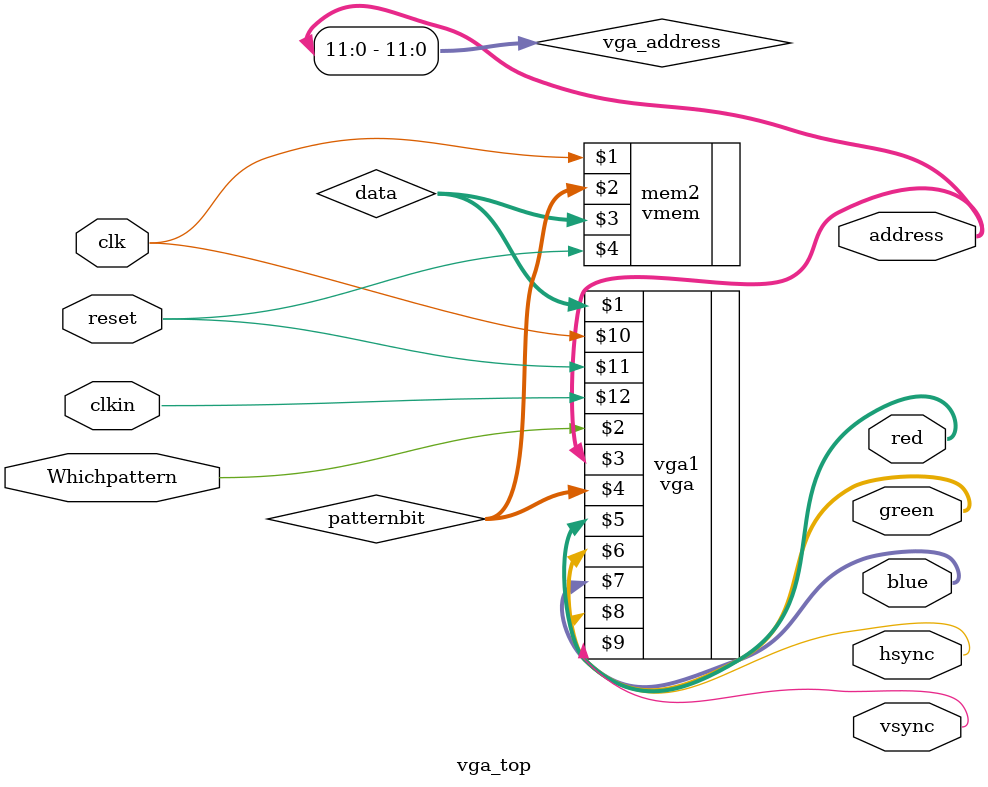
<source format=v>
module vga_top(red,green,blue,hsync,vsync,clk,reset,clkin,
	Whichpattern, address);

input reset,clkin,Whichpattern,clk;
output [1:0] red;
output [2:0] green,blue;
output hsync,vsync;
//output clk;
output [14:0] address;

//reg ren,wen,datain;

wire [7:0]  data;
wire [14:0] patternbit;//, vdata1, vdata2;
wire Whichpattern;
wire [14:0] address;
wire [1:0] red;
wire [2:0] blue,green;
wire hsync,vsync,clk;
wire reset;
wire clkin;

wire [11:0] vga_address;
assign vga_address = address[11:0];

/*always
begin
	ren = 1;
	wen = 0;
	datain = 0;
end*/

vga vga1(data,Whichpattern,address,patternbit,red,green,blue,hsync,vsync,clk,reset,clkin);
//vmem mem1(address,Whichpattern,reset);
vmem mem2(clk, patternbit,data,reset);
//bram videoram(address,Whichpattern,clkin,datain,ren,reset,wen);



endmodule

</source>
